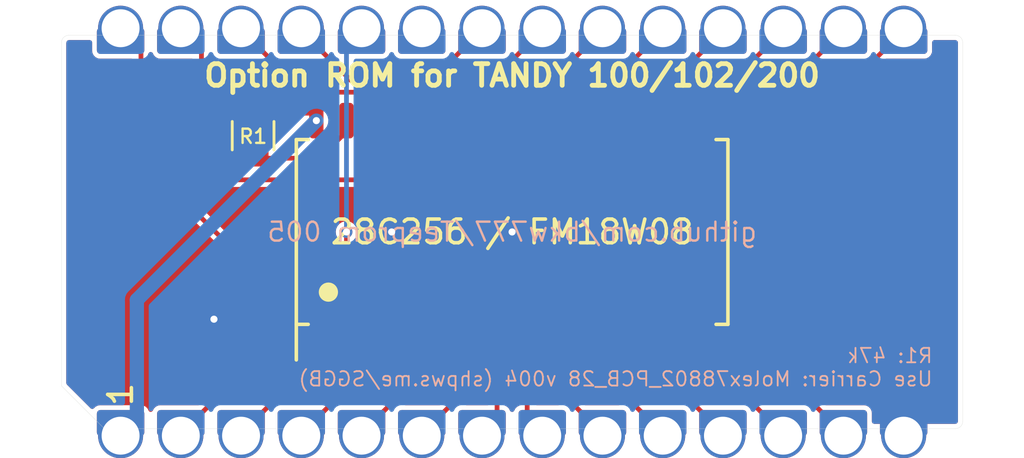
<source format=kicad_pcb>
(kicad_pcb (version 20221018) (generator pcbnew)
  (title_block (title "Teeprom") (date "2022-12-21") (rev "005") (company "b.kenyon.w@gmail.com") (comment 1 "CC-BY-SA") (comment 2 "github.com/bkw777/Teeprom") (comment 3 "Option ROM for TANDY 100/102/200") (comment 4 "Use Carrier: Molex78802_PCB_28 v004 (shpws.me/SGGB)"))
  (layers (0 "F.Cu" signal "Top") (31 "B.Cu" signal "Bottom") (34 "B.Paste" user) (35 "F.Paste" user) (36 "B.SilkS" user "B.Silkscreen") (37 "F.SilkS" user "F.Silkscreen") (38 "B.Mask" user) (39 "F.Mask" user) (44 "Edge.Cuts" user))
  (net 0 "")
  (net 1 "/D3")
  (net 2 "/A10")
  (net 3 "/D4")
  (net 4 "/A7")
  (net 5 "/D5")
  (net 6 "/A6")
  (net 7 "/D6")
  (net 8 "/A5")
  (net 9 "/D7")
  (net 10 "/A4")
  (net 11 "/A11")
  (net 12 "/A3")
  (net 13 "/~{OE}")
  (net 14 "/A2")
  (net 15 "/A13")
  (net 16 "/A1")
  (net 17 "/A0")
  (net 18 "/A12")
  (net 19 "/D0")
  (net 20 "/A9")
  (net 21 "/D1")
  (net 22 "/A8")
  (net 23 "/D2")
  (net 24 "/~{CE}")
  (net 25 "/A14")
  (net 26 "/~{WE}")
  (net 27 "VCC")
  (net 28 "GND")
  (footprint "000_LOCAL:R_0805" (layer "F.Cu") (at 136.2964 95.123 90)
    (fp_text reference "R1" (at -0.0307 0 unlocked) (layer "F.SilkS") (effects (font (size 0.6 0.6) (thickness 0.1))))
    (fp_text value "47k")
    (fp_line (start -0.6 -0.88) (end 0.6 -0.88) (stroke (width 0.12)) (layer "F.SilkS"))
    (fp_line (start 0.6 0.88) (end -0.6 0.88) (stroke (width 0.12)) (layer "F.SilkS"))
    (pad "1" smd roundrect (at -0.95 0 90) (size 0.7 1.3) (layers "F.Cu" "F.Paste" "F.Mask") (roundrect_rratio 0.1) (net 26 "/~{WE}"))
    (pad "2" smd roundrect (at 0.95 0 90) (size 0.7 1.3) (layers "F.Cu" "F.Paste" "F.Mask") (roundrect_rratio 0.1) (net 27 "VCC"))
  )
  (footprint "000_LOCAL:Molex78802_PCB_28" (layer "F.Cu") (at 147.2184 99.187 90)
    (fp_text reference "J1" hide)
    (fp_text value "Tandy_100_102_200_option_rom" hide)
    (fp_line (start -8.3 18.7) (end -8.3 -17.2) (stroke (width 0.01)) (layer "Edge.Cuts"))
    (fp_line (start -8 19) (end 8 19) (stroke (width 0.01)) (layer "Edge.Cuts"))
    (fp_line (start -6.5 -19) (end -8.3 -17.2) (stroke (width 0.01)) (layer "Edge.Cuts"))
    (fp_line (start 8 -19) (end -6.5 -19) (stroke (width 0.01)) (layer "Edge.Cuts"))
    (fp_line (start 8.3 18.7) (end 8.3 -18.7) (stroke (width 0.01)) (layer "Edge.Cuts"))
    (fp_arc (start -8 19) (mid -8.212132 18.912132) (end -8.3 18.7) (stroke (width 0.01)) (layer "Edge.Cuts"))
    (fp_arc (start 8 -19) (mid 8.212132 -18.912132) (end 8.3 -18.7) (stroke (width 0.01)) (layer "Edge.Cuts"))
    (fp_arc (start 8.3 18.7) (mid 8.212132 18.912132) (end 8 19) (stroke (width 0.01)) (layer "Edge.Cuts"))
    (pad "1" thru_hole circle (at -8.6002 -16.51 90) (size 1.9 1.9) (drill 1.6) (property pad_prop_castellated) (layers "*.Cu" "*.Mask") (net 27 "VCC"))
    (pad "1" smd roundrect (at -8.0645 -16.51 90) (size 1.1 2) (layers "F.Cu") (roundrect_rratio 0.1363636364) (net 27 "VCC"))
    (pad "1" smd roundrect (at -8.0645 -16.51 90) (size 1.1 2) (layers "B.Cu") (roundrect_rratio 0.1363636364) (net 27 "VCC"))
    (pad "2" thru_hole circle (at -8.6002 -13.97 90) (size 1.9 1.9) (drill 1.6) (property pad_prop_castellated) (layers "*.Cu" "*.Mask") (net 2 "/A10"))
    (pad "2" smd roundrect (at -8.0645 -13.97 90) (size 1.1 2) (layers "F.Cu") (roundrect_rratio 0.1363636364) (net 2 "/A10"))
    (pad "2" smd roundrect (at -8.0645 -13.97 90) (size 1.1 2) (layers "B.Cu") (roundrect_rratio 0.1363636364) (net 2 "/A10"))
    (pad "3" thru_hole circle (at -8.6002 -11.43 90) (size 1.9 1.9) (drill 1.6) (property pad_prop_castellated) (layers "*.Cu" "*.Mask") (net 4 "/A7"))
    (pad "3" smd roundrect (at -8.0645 -11.43 90) (size 1.1 2) (layers "F.Cu") (roundrect_rratio 0.1363636364) (net 4 "/A7"))
    (pad "3" smd roundrect (at -8.0645 -11.43 90) (size 1.1 2) (layers "B.Cu") (roundrect_rratio 0.1363636364) (net 4 "/A7"))
    (pad "4" thru_hole circle (at -8.6002 -8.89 90) (size 1.9 1.9) (drill 1.6) (property pad_prop_castellated) (layers "*.Cu" "*.Mask") (net 6 "/A6"))
    (pad "4" smd roundrect (at -8.0645 -8.89 90) (size 1.1 2) (layers "F.Cu") (roundrect_rratio 0.1363636364) (net 6 "/A6"))
    (pad "4" smd roundrect (at -8.0645 -8.89 90) (size 1.1 2) (layers "B.Cu") (roundrect_rratio 0.1363636364) (net 6 "/A6"))
    (pad "5" thru_hole circle (at -8.6002 -6.35 90) (size 1.9 1.9) (drill 1.6) (property pad_prop_castellated) (layers "*.Cu" "*.Mask") (net 8 "/A5"))
    (pad "5" smd roundrect (at -8.0645 -6.35 90) (size 1.1 2) (layers "F.Cu") (roundrect_rratio 0.1363636364) (net 8 "/A5"))
    (pad "5" smd roundrect (at -8.0645 -6.35 90) (size 1.1 2) (layers "B.Cu") (roundrect_rratio 0.1363636364) (net 8 "/A5"))
    (pad "6" thru_hole circle (at -8.6002 -3.81 90) (size 1.9 1.9) (drill 1.6) (property pad_prop_castellated) (layers "*.Cu" "*.Mask") (net 10 "/A4"))
    (pad "6" smd roundrect (at -8.0645 -3.81 90) (size 1.1 2) (layers "F.Cu") (roundrect_rratio 0.1363636364) (net 10 "/A4"))
    (pad "6" smd roundrect (at -8.0645 -3.81 90) (size 1.1 2) (layers "B.Cu") (roundrect_rratio 0.1363636364) (net 10 "/A4"))
    (pad "7" thru_hole circle (at -8.6002 -1.27 90) (size 1.9 1.9) (drill 1.6) (property pad_prop_castellated) (layers "*.Cu" "*.Mask") (net 12 "/A3"))
    (pad "7" smd roundrect (at -8.0645 -1.27 90) (size 1.1 2) (layers "F.Cu") (roundrect_rratio 0.1363636364) (net 12 "/A3"))
    (pad "7" smd roundrect (at -8.0645 -1.27 90) (size 1.1 2) (layers "B.Cu") (roundrect_rratio 0.1363636364) (net 12 "/A3"))
    (pad "8" thru_hole circle (at -8.6002 1.27 90) (size 1.9 1.9) (drill 1.6) (property pad_prop_castellated) (layers "*.Cu" "*.Mask") (net 14 "/A2"))
    (pad "8" smd roundrect (at -8.0645 1.27 90) (size 1.1 2) (layers "F.Cu") (roundrect_rratio 0.1363636364) (net 14 "/A2"))
    (pad "8" smd roundrect (at -8.0645 1.27 90) (size 1.1 2) (layers "B.Cu") (roundrect_rratio 0.1363636364) (net 14 "/A2"))
    (pad "9" thru_hole circle (at -8.6002 3.81 90) (size 1.9 1.9) (drill 1.6) (property pad_prop_castellated) (layers "*.Cu" "*.Mask") (net 16 "/A1"))
    (pad "9" smd roundrect (at -8.0645 3.81 90) (size 1.1 2) (layers "F.Cu") (roundrect_rratio 0.1363636364) (net 16 "/A1"))
    (pad "9" smd roundrect (at -8.0645 3.81 90) (size 1.1 2) (layers "B.Cu") (roundrect_rratio 0.1363636364) (net 16 "/A1"))
    (pad "10" thru_hole circle (at -8.6002 6.35 90) (size 1.9 1.9) (drill 1.6) (property pad_prop_castellated) (layers "*.Cu" "*.Mask") (net 17 "/A0"))
    (pad "10" smd roundrect (at -8.0645 6.35 90) (size 1.1 2) (layers "F.Cu") (roundrect_rratio 0.1363636364) (net 17 "/A0"))
    (pad "10" smd roundrect (at -8.0645 6.35 90) (size 1.1 2) (layers "B.Cu") (roundrect_rratio 0.1363636364) (net 17 "/A0"))
    (pad "11" thru_hole circle (at -8.6002 8.89 90) (size 1.9 1.9) (drill 1.6) (property pad_prop_castellated) (layers "*.Cu" "*.Mask") (net 19 "/D0"))
    (pad "11" smd roundrect (at -8.0645 8.89 90) (size 1.1 2) (layers "F.Cu") (roundrect_rratio 0.1363636364) (net 19 "/D0"))
    (pad "11" smd roundrect (at -8.0645 8.89 90) (size 1.1 2) (layers "B.Cu") (roundrect_rratio 0.1363636364) (net 19 "/D0"))
    (pad "12" thru_hole circle (at -8.6002 11.43 90) (size 1.9 1.9) (drill 1.6) (property pad_prop_castellated) (layers "*.Cu" "*.Mask") (net 21 "/D1"))
    (pad "12" smd roundrect (at -8.0645 11.43 90) (size 1.1 2) (layers "F.Cu") (roundrect_rratio 0.1363636364) (net 21 "/D1"))
    (pad "12" smd roundrect (at -8.0645 11.43 90) (size 1.1 2) (layers "B.Cu") (roundrect_rratio 0.1363636364) (net 21 "/D1"))
    (pad "13" thru_hole circle (at -8.6002 13.97 90) (size 1.9 1.9) (drill 1.6) (property pad_prop_castellated) (layers "*.Cu" "*.Mask") (net 23 "/D2"))
    (pad "13" smd roundrect (at -8.0645 13.97 90) (size 1.1 2) (layers "F.Cu") (roundrect_rratio 0.1363636364) (net 23 "/D2"))
    (pad "13" smd roundrect (at -8.0645 13.97 90) (size 1.1 2) (layers "B.Cu") (roundrect_rratio 0.1363636364) (net 23 "/D2"))
    (pad "14" thru_hole circle (at -8.6002 16.51 90) (size 1.9 1.9) (drill 1.6) (property pad_prop_castellated) (layers "*.Cu" "*.Mask") (net 28 "GND"))
    (pad "14" smd roundrect (at -8.0645 16.51 90) (size 1.1 2) (layers "F.Cu") (roundrect_rratio 0.1363636364) (net 28 "GND"))
    (pad "14" smd roundrect (at -8.0645 16.51 90) (size 1.1 2) (layers "B.Cu") (roundrect_rratio 0.1363636364) (net 28 "GND"))
    (pad "15" smd roundrect (at 8.0645 16.51 90) (size 1.1 2) (layers "F.Cu") (roundrect_rratio 0.1363636364) (net 1 "/D3"))
    (pad "15" smd roundrect (at 8.0645 16.51 90) (size 1.1 2) (layers "B.Cu") (roundrect_rratio 0.1363636364) (net 1 "/D3"))
    (pad "15" thru_hole circle (at 8.6002 16.51 90) (size 1.9 1.9) (drill 1.6) (property pad_prop_castellated) (layers "*.Cu" "*.Mask") (net 1 "/D3"))
    (pad "16" smd roundrect (at 8.0645 13.97 90) (size 1.1 2) (layers "F.Cu") (roundrect_rratio 0.1363636364) (net 3 "/D4"))
    (pad "16" smd roundrect (at 8.0645 13.97 90) (size 1.1 2) (layers "B.Cu") (roundrect_rratio 0.1363636364) (net 3 "/D4"))
    (pad "16" thru_hole circle (at 8.6002 13.97 90) (size 1.9 1.9) (drill 1.6) (property pad_prop_castellated) (layers "*.Cu" "*.Mask") (net 3 "/D4"))
    (pad "17" smd roundrect (at 8.0645 11.43 90) (size 1.1 2) (layers "F.Cu") (roundrect_rratio 0.1363636364) (net 5 "/D5"))
    (pad "17" smd roundrect (at 8.0645 11.43 90) (size 1.1 2) (layers "B.Cu") (roundrect_rratio 0.1363636364) (net 5 "/D5"))
    (pad "17" thru_hole circle (at 8.6002 11.43 90) (size 1.9 1.9) (drill 1.6) (property pad_prop_castellated) (layers "*.Cu" "*.Mask") (net 5 "/D5"))
    (pad "18" smd roundrect (at 8.0645 8.89 90) (size 1.1 2) (layers "F.Cu") (roundrect_rratio 0.1363636364) (net 7 "/D6"))
    (pad "18" smd roundrect (at 8.0645 8.89 90) (size 1.1 2) (layers "B.Cu") (roundrect_rratio 0.1363636364) (net 7 "/D6"))
    (pad "18" thru_hole circle (at 8.6002 8.89 90) (size 1.9 1.9) (drill 1.6) (property pad_prop_castellated) (layers "*.Cu" "*.Mask") (net 7 "/D6"))
    (pad "19" smd roundrect (at 8.0645 6.35 90) (size 1.1 2) (layers "F.Cu") (roundrect_rratio 0.1363636364) (net 9 "/D7"))
    (pad "19" smd roundrect (at 8.0645 6.35 90) (size 1.1 2) (layers "B.Cu") (roundrect_rratio 0.1363636364) (net 9 "/D7"))
    (pad "19" thru_hole circle (at 8.6002 6.35 90) (size 1.9 1.9) (drill 1.6) (property pad_prop_castellated) (layers "*.Cu" "*.Mask") (net 9 "/D7"))
    (pad "20" smd roundrect (at 8.0645 3.81 90) (size 1.1 2) (layers "F.Cu") (roundrect_rratio 0.1363636364) (net 11 "/A11"))
    (pad "20" smd roundrect (at 8.0645 3.81 90) (size 1.1 2) (layers "B.Cu") (roundrect_rratio 0.1363636364) (net 11 "/A11"))
    (pad "20" thru_hole circle (at 8.6002 3.81 90) (size 1.9 1.9) (drill 1.6) (property pad_prop_castellated) (layers "*.Cu" "*.Mask") (net 11 "/A11"))
    (pad "21" smd roundrect (at 8.0645 1.27 90) (size 1.1 2) (layers "F.Cu") (roundrect_rratio 0.1363636364) (net 13 "/~{OE}"))
    (pad "21" smd roundrect (at 8.0645 1.27 90) (size 1.1 2) (layers "B.Cu") (roundrect_rratio 0.1363636364) (net 13 "/~{OE}"))
    (pad "21" thru_hole circle (at 8.6002 1.27 90) (size 1.9 1.9) (drill 1.6) (property pad_prop_castellated) (layers "*.Cu" "*.Mask") (net 13 "/~{OE}"))
    (pad "22" smd roundrect (at 8.0645 -1.27 90) (size 1.1 2) (layers "F.Cu") (roundrect_rratio 0.1363636364) (net 15 "/A13"))
    (pad "22" smd roundrect (at 8.0645 -1.27 90) (size 1.1 2) (layers "B.Cu") (roundrect_rratio 0.1363636364) (net 15 "/A13"))
    (pad "22" thru_hole circle (at 8.6002 -1.27 90) (size 1.9 1.9) (drill 1.6) (property pad_prop_castellated) (layers "*.Cu" "*.Mask") (net 15 "/A13"))
    (pad "23" smd roundrect (at 8.0645 -3.81 90) (size 1.1 2) (layers "F.Cu") (roundrect_rratio 0.1363636364))
    (pad "23" smd roundrect (at 8.0645 -3.81 90) (size 1.1 2) (layers "B.Cu") (roundrect_rratio 0.1363636364))
    (pad "23" thru_hole circle (at 8.6002 -3.81 90) (size 1.9 1.9) (drill 1.6) (property pad_prop_castellated) (layers "*.Cu" "*.Mask"))
    (pad "24" smd roundrect (at 8.0645 -6.35 90) (size 1.1 2) (layers "F.Cu") (roundrect_rratio 0.1363636364) (net 18 "/A12"))
    (pad "24" smd roundrect (at 8.0645 -6.35 90) (size 1.1 2) (layers "B.Cu") (roundrect_rratio 0.1363636364) (net 18 "/A12"))
    (pad "24" thru_hole circle (at 8.6002 -6.35 90) (size 1.9 1.9) (drill 1.6) (property pad_prop_castellated) (layers "*.Cu" "*.Mask") (net 18 "/A12"))
    (pad "25" smd roundrect (at 8.0645 -8.89 90) (size 1.1 2) (layers "F.Cu") (roundrect_rratio 0.1363636364) (net 20 "/A9"))
    (pad "25" smd roundrect (at 8.0645 -8.89 90) (size 1.1 2) (layers "B.Cu") (roundrect_rratio 0.1363636364) (net 20 "/A9"))
    (pad "25" thru_hole circle (at 8.6002 -8.89 90) (size 1.9 1.9) (drill 1.6) (property pad_prop_castellated) (layers "*.Cu" "*.Mask") (net 20 "/A9"))
    (pad "26" smd roundrect (at 8.0645 -11.43 90) (size 1.1 2) (layers "F.Cu") (roundrect_rratio 0.1363636364) (net 22 "/A8"))
    (pad "26" smd roundrect (at 8.0645 -11.43 90) (size 1.1 2) (layers "B.Cu") (roundrect_rratio 0.1363636364) (net 22 "/A8"))
    (pad "26" thru_hole circle (at 8.6002 -11.43 90) (size 1.9 1.9) (drill 1.6) (property pad_prop_castellated) (layers "*.Cu" "*.Mask") (net 22 "/A8"))
    (pad "27" smd roundrect (at 8.0645 -13.97 90) (size 1.1 2) (layers "F.Cu") (roundrect_rratio 0.1363636364) (net 24 "/~{CE}"))
    (pad "27" smd roundrect (at 8.0645 -13.97 90) (size 1.1 2) (layers "B.Cu") (roundrect_rratio 0.1363636364) (net 24 "/~{CE}"))
    (pad "27" thru_hole circle (at 8.6002 -13.97 90) (size 1.9 1.9) (drill 1.6) (property pad_prop_castellated) (layers "*.Cu" "*.Mask") (net 24 "/~{CE}"))
    (pad "28" smd roundrect (at 8.0645 -16.51 90) (size 1.1 2) (layers "F.Cu") (roundrect_rratio 0.1363636364) (net 25 "/A14"))
    (pad "28" smd roundrect (at 8.0645 -16.51 90) (size 1.1 2) (layers "B.Cu") (roundrect_rratio 0.1363636364) (net 25 "/A14"))
    (pad "28" thru_hole circle (at 8.6002 -16.51 90) (size 1.9 1.9) (drill 1.6) (property pad_prop_castellated) (layers "*.Cu" "*.Mask") (net 25 "/A14"))
  )
  (footprint "000_LOCAL:SOIC-28W" (layer "F.Cu") (at 147.2184 99.187 90)
    (fp_text reference "U1" hide)
    (fp_text value "28C256 / FM18W08" (at 0 0 unlocked) (layer "F.SilkS"))
    (fp_line (start -5.4 -9.1) (end 3.9 -9.1) (stroke (width 0.15)) (layer "F.SilkS"))
    (fp_line (start -3.9 -9.1) (end -3.9 -8.6) (stroke (width 0.15)) (layer "F.SilkS"))
    (fp_line (start -3.9 9.1) (end -3.9 8.6) (stroke (width 0.15)) (layer "F.SilkS"))
    (fp_line (start -3.9 9.1) (end 3.9 9.1) (stroke (width 0.15)) (layer "F.SilkS"))
    (fp_line (start 3.9 -9.1) (end 3.9 -8.6) (stroke (width 0.15)) (layer "F.SilkS"))
    (fp_line (start 3.9 9.1) (end 3.9 8.6) (stroke (width 0.15)) (layer "F.SilkS"))
    (fp_circle (center -2.54 -7.747) (end -2.3368 -7.747) (stroke (width 0.4064)) (fill none) (layer "F.SilkS"))
    (pad "1" smd roundrect (at -4.7 -8.255 90) (size 1.5 0.6) (layers "F.Cu" "F.Paste" "F.Mask") (net 25 "/A14"))
    (pad "2" smd roundrect (at -4.7 -6.985 90) (size 1.5 0.6) (layers "F.Cu" "F.Paste" "F.Mask") (net 18 "/A12"))
    (pad "3" smd roundrect (at -4.7 -5.715 90) (size 1.5 0.6) (layers "F.Cu" "F.Paste" "F.Mask") (net 4 "/A7"))
    (pad "4" smd roundrect (at -4.7 -4.445 90) (size 1.5 0.6) (layers "F.Cu" "F.Paste" "F.Mask") (net 6 "/A6"))
    (pad "5" smd roundrect (at -4.7 -3.175 90) (size 1.5 0.6) (layers "F.Cu" "F.Paste" "F.Mask") (net 8 "/A5"))
    (pad "6" smd roundrect (at -4.7 -1.905 90) (size 1.5 0.6) (layers "F.Cu" "F.Paste" "F.Mask") (net 10 "/A4"))
    (pad "7" smd roundrect (at -4.7 -0.635 90) (size 1.5 0.6) (layers "F.Cu" "F.Paste" "F.Mask") (net 12 "/A3"))
    (pad "8" smd roundrect (at -4.7 0.635 90) (size 1.5 0.6) (layers "F.Cu" "F.Paste" "F.Mask") (net 14 "/A2"))
    (pad "9" smd roundrect (at -4.7 1.905 90) (size 1.5 0.6) (layers "F.Cu" "F.Paste" "F.Mask") (net 16 "/A1"))
    (pad "10" smd roundrect (at -4.7 3.175 90) (size 1.5 0.6) (layers "F.Cu" "F.Paste" "F.Mask") (net 17 "/A0"))
    (pad "11" smd roundrect (at -4.7 4.445 90) (size 1.5 0.6) (layers "F.Cu" "F.Paste" "F.Mask") (net 19 "/D0"))
    (pad "12" smd roundrect (at -4.7 5.715 90) (size 1.5 0.6) (layers "F.Cu" "F.Paste" "F.Mask") (net 21 "/D1"))
    (pad "13" smd roundrect (at -4.7 6.985 90) (size 1.5 0.6) (layers "F.Cu" "F.Paste" "F.Mask") (net 23 "/D2"))
    (pad "14" smd roundrect (at -4.7 8.255 90) (size 1.5 0.6) (layers "F.Cu" "F.Paste" "F.Mask") (net 28 "GND"))
    (pad "15" smd roundrect (at 4.7 8.255 90) (size 1.5 0.6) (layers "F.Cu" "F.Paste" "F.Mask") (net 1 "/D3"))
    (pad "16" smd roundrect (at 4.7 6.985 90) (size 1.5 0.6) (layers "F.Cu" "F.Paste" "F.Mask") (net 3 "/D4"))
    (pad "17" smd roundrect (at 4.7 5.715 90) (size 1.5 0.6) (layers "F.Cu" "F.Paste" "F.Mask") (net 5 "/D5"))
    (pad "18" smd roundrect (at 4.7 4.445 90) (size 1.5 0.6) (layers "F.Cu" "F.Paste" "F.Mask") (net 7 "/D6"))
    (pad "19" smd roundrect (at 4.7 3.175 90) (size 1.5 0.6) (layers "F.Cu" "F.Paste" "F.Mask") (net 9 "/D7"))
    (pad "20" smd roundrect (at 4.7 1.905 90) (size 1.5 0.6) (layers "F.Cu" "F.Paste" "F.Mask") (net 24 "/~{CE}"))
    (pad "21" smd roundrect (at 4.7 0.635 90) (size 1.5 0.6) (layers "F.Cu" "F.Paste" "F.Mask") (net 2 "/A10"))
    (pad "22" smd roundrect (at 4.7 -0.635 90) (size 1.5 0.6) (layers "F.Cu" "F.Paste" "F.Mask") (net 13 "/~{OE}"))
    (pad "23" smd roundrect (at 4.7 -1.905 90) (size 1.5 0.6) (layers "F.Cu" "F.Paste" "F.Mask") (net 11 "/A11"))
    (pad "24" smd roundrect (at 4.7 -3.175 90) (size 1.5 0.6) (layers "F.Cu" "F.Paste" "F.Mask") (net 20 "/A9"))
    (pad "25" smd roundrect (at 4.7 -4.445 90) (size 1.5 0.6) (layers "F.Cu" "F.Paste" "F.Mask") (net 22 "/A8"))
    (pad "26" smd roundrect (at 4.7 -5.715 90) (size 1.5 0.6) (layers "F.Cu" "F.Paste" "F.Mask") (net 15 "/A13"))
    (pad "27" smd roundrect (at 4.7 -6.985 90) (size 1.5 0.6) (layers "F.Cu" "F.Paste" "F.Mask") (net 26 "/~{WE}"))
    (pad "28" smd roundrect (at 4.7 -8.255 90) (size 1.5 0.6) (layers "F.Cu" "F.Paste" "F.Mask") (net 27 "VCC"))
  )
  (gr_text "${COMMENT2} ${REVISION}" (at 147.2184 99.187) (layer "B.SilkS") (effects (font (size 0.8 0.8) (thickness 0.1)) (justify mirror)))
  (gr_text "R1: ${00000000-0000-0000-0000-00005d22c129:VALUE}\n${COMMENT4}" (at 164.9984 104.902) (layer "B.SilkS") (effects (font (size 0.6096 0.6096) (thickness 0.0762)) (justify left mirror)))
  (gr_text "${COMMENT3}" (at 147.2184 92.583) (layer "F.SilkS") (effects (font (size 0.9144 0.9144) (thickness 0.2032))))
  (gr_text "1" (at 130.7084 106.045 90) (layer "F.SilkS") (effects (font (size 1 1))))
  (segment (start 159.9233 94.487) (end 155.4734 94.487) (width 0.2) (layer "F.Cu") (net 1))
  (segment (start 163.7284 90.6819) (end 159.9233 94.487) (width 0.2) (layer "F.Cu") (net 1))
  (segment (start 163.7284 90.5868) (end 163.7284 90.6819) (width 0.2) (layer "F.Cu") (net 1))
  (segment (start 140.5564 105.087) (end 135.8684 105.087) (width 0.2) (layer "F.Cu") (net 2))
  (segment (start 149.7584 95.497) (end 146.0684 99.187) (width 0.2) (layer "F.Cu") (net 2))
  (segment (start 133.2484 107.707) (end 133.2484 107.7872) (width 0.2) (layer "F.Cu") (net 2))
  (segment (start 147.8534 94.487) (end 147.8534 94.0435) (width 0.2) (layer "F.Cu") (net 2))
  (segment (start 135.8684 105.087) (end 133.2484 107.707) (width 0.2) (layer "F.Cu") (net 2))
  (segment (start 144.567525 99.187) (end 140.8684 102.886125) (width 0.2) (layer "F.Cu") (net 2))
  (segment (start 148.6099 93.287) (end 149.4464 93.287) (width 0.2) (layer "F.Cu") (net 2))
  (segment (start 140.8684 102.886125) (end 140.8684 104.775) (width 0.2) (layer "F.Cu") (net 2))
  (segment (start 140.8684 104.775) (end 140.5564 105.087) (width 0.2) (layer "F.Cu") (net 2))
  (segment (start 149.4464 93.287) (end 149.7584 93.599) (width 0.2) (layer "F.Cu") (net 2))
  (segment (start 147.8534 94.0435) (end 148.6099 93.287) (width 0.2) (layer "F.Cu") (net 2))
  (segment (start 149.7584 93.599) (end 149.7584 95.497) (width 0.2) (layer "F.Cu") (net 2))
  (segment (start 146.0684 99.187) (end 144.567525 99.187) (width 0.2) (layer "F.Cu") (net 2))
  (segment (start 154.9599 93.287) (end 158.5684 93.287) (width 0.2) (layer "F.Cu") (net 3))
  (segment (start 161.1884 90.667) (end 161.1884 90.5868) (width 0.2) (layer "F.Cu") (net 3))
  (segment (start 158.5684 93.287) (end 161.1884 90.667) (width 0.2) (layer "F.Cu") (net 3))
  (segment (start 154.2034 94.0435) (end 154.9599 93.287) (width 0.2) (layer "F.Cu") (net 3))
  (segment (start 154.2034 94.487) (end 154.2034 94.0435) (width 0.2) (layer "F.Cu") (net 3))
  (segment (start 140.8057 105.587) (end 141.5034 104.8893) (width 0.2) (layer "F.Cu") (net 4))
  (segment (start 135.7884 107.7021) (end 137.9035 105.587) (width 0.2) (layer "F.Cu") (net 4))
  (segment (start 141.5034 104.8893) (end 141.5034 103.887) (width 0.2) (layer "F.Cu") (net 4))
  (segment (start 137.9035 105.587) (end 140.8057 105.587) (width 0.2) (layer "F.Cu") (net 4))
  (segment (start 135.7884 107.7872) (end 135.7884 107.7021) (width 0.2) (layer "F.Cu") (net 4))
  (segment (start 152.9334 94.043) (end 152.9334 94.487) (width 0.2) (layer "F.Cu") (net 5))
  (segment (start 158.6484 90.6719) (end 156.5333 92.787) (width 0.2) (layer "F.Cu") (net 5))
  (segment (start 158.6484 90.5868) (end 158.6484 90.6719) (width 0.2) (layer "F.Cu") (net 5))
  (segment (start 156.5333 92.787) (end 154.1894 92.787) (width 0.2) (layer "F.Cu") (net 5))
  (segment (start 154.1894 92.787) (end 152.9334 94.043) (width 0.2) (layer "F.Cu") (net 5))
  (segment (start 139.9485 106.087) (end 138.3284 107.7071) (width 0.2) (layer "F.Cu") (net 6))
  (segment (start 142.7734 104.394) (end 141.0804 106.087) (width 0.2) (layer "F.Cu") (net 6))
  (segment (start 142.7734 103.887) (end 142.7734 104.394) (width 0.2) (layer "F.Cu") (net 6))
  (segment (start 141.0804 106.087) (end 139.9485 106.087) (width 0.2) (layer "F.Cu") (net 6))
  (segment (start 138.3284 107.7071) (end 138.3284 107.7872) (width 0.2) (layer "F.Cu") (net 6))
  (segment (start 156.1084 90.697) (end 156.1084 90.5868) (width 0.2) (layer "F.Cu") (net 7))
  (segment (start 151.6634 94.0435) (end 153.4199 92.287) (width 0.2) (layer "F.Cu") (net 7))
  (segment (start 153.4199 92.287) (end 154.5184 92.287) (width 0.2) (layer "F.Cu") (net 7))
  (segment (start 151.6634 94.487) (end 151.6634 94.0435) (width 0.2) (layer "F.Cu") (net 7))
  (segment (start 154.5184 92.287) (end 156.1084 90.697) (width 0.2) (layer "F.Cu") (net 7))
  (segment (start 140.8684 107.6871) (end 143.8684 104.6871) (width 0.2) (layer "F.Cu") (net 8))
  (segment (start 143.8684 104.6871) (end 143.8684 104.062) (width 0.2) (layer "F.Cu") (net 8))
  (segment (start 143.8684 104.062) (end 144.0434 103.887) (width 0.2) (layer "F.Cu") (net 8))
  (segment (start 140.8684 107.7872) (end 140.8684 107.6871) (width 0.2) (layer "F.Cu") (net 8))
  (segment (start 150.5684 93.687) (end 150.5684 94.312) (width 0.2) (layer "F.Cu") (net 9))
  (segment (start 150.5684 94.312) (end 150.3934 94.487) (width 0.2) (layer "F.Cu") (net 9))
  (segment (start 153.5684 90.5868) (end 153.5684 90.687) (width 0.2) (layer "F.Cu") (net 9))
  (segment (start 153.5684 90.687) (end 150.5684 93.687) (width 0.2) (layer "F.Cu") (net 9))
  (segment (start 143.4084 107.7872) (end 143.4084 107.7171) (width 0.2) (layer "F.Cu") (net 10))
  (segment (start 143.4084 107.7171) (end 145.3134 105.8121) (width 0.2) (layer "F.Cu") (net 10))
  (segment (start 145.3134 105.8121) (end 145.3134 103.887) (width 0.2) (layer "F.Cu") (net 10))
  (segment (start 146.9719 95.687) (end 146.0679 95.687) (width 0.2) (layer "F.Cu") (net 11))
  (segment (start 146.0679 95.687) (end 145.3134 94.9325) (width 0.2) (layer "F.Cu") (net 11))
  (segment (start 147.9034 92.787) (end 147.2184 93.472) (width 0.2) (layer "F.Cu") (net 11))
  (segment (start 145.3134 94.9325) (end 145.3134 94.487) (width 0.2) (layer "F.Cu") (net 11))
  (segment (start 147.2184 95.4405) (end 146.9719 95.687) (width 0.2) (layer "F.Cu") (net 11))
  (segment (start 147.2184 93.472) (end 147.2184 95.4405) (width 0.2) (layer "F.Cu") (net 11))
  (segment (start 148.9184 92.787) (end 147.9034 92.787) (width 0.2) (layer "F.Cu") (net 11))
  (segment (start 151.0284 90.5868) (end 151.0284 90.677) (width 0.2) (layer "F.Cu") (net 11))
  (segment (start 151.0284 90.677) (end 148.9184 92.787) (width 0.2) (layer "F.Cu") (net 11))
  (segment (start 146.5834 107.152) (end 146.5834 103.887) (width 0.2) (layer "F.Cu") (net 12))
  (segment (start 145.9484 107.7872) (end 145.9484 107.787) (width 0.2) (layer "F.Cu") (net 12))
  (segment (start 145.9484 107.787) (end 146.5834 107.152) (width 0.2) (layer "F.Cu") (net 12))
  (segment (start 148.4884 90.667) (end 148.4884 90.5868) (width 0.2) (layer "F.Cu") (net 13))
  (segment (start 146.5834 92.572) (end 148.4884 90.667) (width 0.2) (layer "F.Cu") (net 13))
  (segment (start 146.5834 94.487) (end 146.5834 92.572) (width 0.2) (layer "F.Cu") (net 13))
  (segment (start 148.4884 90.805) (end 148.4884 90.74149) (width 0.2) (layer "B.Cu") (net 13))
  (segment (start 148.4884 107.7872) (end 147.8534 107.1522) (width 0.2) (layer "F.Cu") (net 14))
  (segment (start 147.8534 107.1522) (end 147.8534 103.887) (width 0.2) (layer "F.Cu") (net 14))
  (segment (start 144.6784 91.927) (end 145.9484 90.657) (width 0.2) (layer "F.Cu") (net 15))
  (segment (start 141.5034 94.9325) (end 142.2579 95.687) (width 0.2) (layer "F.Cu") (net 15))
  (segment (start 141.5034 94.487) (end 141.5034 94.9325) (width 0.2) (layer "F.Cu") (net 15))
  (segment (start 144.6784 95.377) (end 144.6784 91.927) (width 0.2) (layer "F.Cu") (net 15))
  (segment (start 145.9484 90.657) (end 145.9484 90.5868) (width 0.2) (layer "F.Cu") (net 15))
  (segment (start 142.2579 95.687) (end 144.3684 95.687) (width 0.2) (layer "F.Cu") (net 15))
  (segment (start 144.3684 95.687) (end 144.6784 95.377) (width 0.2) (layer "F.Cu") (net 15))
  (segment (start 151.0284 107.697) (end 149.1234 105.792) (width 0.2) (layer "F.Cu") (net 16))
  (segment (start 149.1234 105.792) (end 149.1234 103.887) (width 0.2) (layer "F.Cu") (net 16))
  (segment (start 151.0284 107.7872) (end 151.0284 107.697) (width 0.2) (layer "F.Cu") (net 16))
  (segment (start 153.5684 107.7872) (end 153.5684 107.687) (width 0.2) (layer "F.Cu") (net 17))
  (segment (start 150.5684 104.062) (end 150.3934 103.887) (width 0.2) (layer "F.Cu") (net 17))
  (segment (start 150.5684 104.687) (end 150.5684 104.062) (width 0.2) (layer "F.Cu") (net 17))
  (segment (start 153.5684 107.687) (end 150.5684 104.687) (width 0.2) (layer "F.Cu") (net 17))
  (segment (start 140.2334 103.887) (end 140.2334 99.187) (width 0.2) (layer "F.Cu") (net 18))
  (via (at 140.2334 99.187) (size 0.5) (drill 0.3) (layers "F.Cu" "B.Cu") (net 18))
  (segment (start 140.2334 91.2218) (end 140.8684 90.5868) (width 0.2) (layer "B.Cu") (net 18))
  (segment (start 140.2334 99.187) (end 140.2334 91.2218) (width 0.2) (layer "B.Cu") (net 18))
  (segment (start 151.6634 104.3305) (end 153.4199 106.087) (width 0.2) (layer "F.Cu") (net 19))
  (segment (start 153.4199 106.087) (end 154.5133 106.087) (width 0.2) (layer "F.Cu") (net 19))
  (segment (start 156.1084 107.6821) (end 156.1084 107.7872) (width 0.2) (layer "F.Cu") (net 19))
  (segment (start 154.5133 106.087) (end 156.1084 107.6821) (width 0.2) (layer "F.Cu") (net 19))
  (segment (start 151.6634 103.887) (end 151.6634 104.3305) (width 0.2) (layer "F.Cu") (net 19))
  (segment (start 140.4184 92.787) (end 142.7869 92.787) (width 0.2) (layer "F.Cu") (net 20))
  (segment (start 144.0434 94.0435) (end 144.0434 94.487) (width 0.2) (layer "F.Cu") (net 20))
  (segment (start 142.7869 92.787) (end 144.0434 94.0435) (width 0.2) (layer "F.Cu") (net 20))
  (segment (start 138.3284 90.5868) (end 138.3284 90.697) (width 0.2) (layer "F.Cu") (net 20))
  (segment (start 138.3284 90.697) (end 140.4184 92.787) (width 0.2) (layer "F.Cu") (net 20))
  (segment (start 154.1899 105.587) (end 152.9334 104.3305) (width 0.2) (layer "F.Cu") (net 21))
  (segment (start 156.5184 105.587) (end 154.1899 105.587) (width 0.2) (layer "F.Cu") (net 21))
  (segment (start 152.9334 104.3305) (end 152.9334 103.887) (width 0.2) (layer "F.Cu") (net 21))
  (segment (start 158.6484 107.717) (end 156.5184 105.587) (width 0.2) (layer "F.Cu") (net 21))
  (segment (start 158.6484 107.7872) (end 158.6484 107.717) (width 0.2) (layer "F.Cu") (net 21))
  (segment (start 135.7884 90.5868) (end 135.7884 90.657) (width 0.2) (layer "F.Cu") (net 22))
  (segment (start 135.7884 90.657) (end 138.4184 93.287) (width 0.2) (layer "F.Cu") (net 22))
  (segment (start 142.0169 93.287) (end 142.7734 94.0435) (width 0.2) (layer "F.Cu") (net 22))
  (segment (start 138.4184 93.287) (end 142.0169 93.287) (width 0.2) (layer "F.Cu") (net 22))
  (segment (start 142.7734 94.0435) (end 142.7734 94.487) (width 0.2) (layer "F.Cu") (net 22))
  (segment (start 154.2034 103.887) (end 154.2034 104.3305) (width 0.2) (layer "F.Cu") (net 23))
  (segment (start 161.1884 107.707) (end 161.1884 107.7872) (width 0.2) (layer "F.Cu") (net 23))
  (segment (start 154.9599 105.087) (end 158.5684 105.087) (width 0.2) (layer "F.Cu") (net 23))
  (segment (start 154.2034 104.3305) (end 154.9599 105.087) (width 0.2) (layer "F.Cu") (net 23))
  (segment (start 158.5684 105.087) (end 161.1884 107.707) (width 0.2) (layer "F.Cu") (net 23))
  (segment (start 134.1184 91.457) (end 134.1184 95.787) (width 0.2) (layer "F.Cu") (net 24))
  (segment (start 133.2484 90.587) (end 134.1184 91.457) (width 0.2) (layer "F.Cu") (net 24))
  (segment (start 133.2484 90.5868) (end 133.2484 90.587) (width 0.2) (layer "F.Cu") (net 24))
  (segment (start 134.1184 95.787) (end 135.3184 96.987) (width 0.2) (layer "F.Cu") (net 24))
  (segment (start 147.0684 96.987) (end 149.1234 94.932) (width 0.2) (layer "F.Cu") (net 24))
  (segment (start 149.1234 94.932) (end 149.1234 94.487) (width 0.2) (layer "F.Cu") (net 24))
  (segment (start 135.3184 96.987) (end 147.0684 96.987) (width 0.2) (layer "F.Cu") (net 24))
  (segment (start 131.5684 96.0465) (end 138.9634 103.4415) (width 0.2) (layer "F.Cu") (net 25))
  (segment (start 138.9634 103.4415) (end 138.9634 103.887) (width 0.2) (layer "F.Cu") (net 25))
  (segment (start 130.7084 90.5868) (end 131.5684 91.4468) (width 0.2) (layer "F.Cu") (net 25))
  (segment (start 131.5684 91.4468) (end 131.5684 96.0465) (width 0.2) (layer "F.Cu") (net 25))
  (segment (start 140.2334 94.947) (end 139.1074 96.073) (width 0.2) (layer "F.Cu") (net 26))
  (segment (start 139.1074 96.073) (end 136.2964 96.073) (width 0.2) (layer "F.Cu") (net 26))
  (segment (start 140.2334 94.487) (end 140.2334 94.947) (width 0.2) (layer "F.Cu") (net 26))
  (segment (start 136.2964 94.173) (end 138.9634 94.173) (width 0.2) (layer "F.Cu") (net 27))
  (segment (start 138.9634 94.173) (end 138.9634 94.487) (width 0.2) (layer "F.Cu") (net 27))
  (via (at 138.9634 94.487) (size 0.5) (drill 0.3) (layers "F.Cu" "B.Cu") (net 27))
  (segment (start 131.3942 107.1014) (end 130.7084 107.7872) (width 0.6) (layer "B.Cu") (net 27))
  (segment (start 131.3942 102.0562) (end 131.3942 107.1014) (width 0.6) (layer "B.Cu") (net 27))
  (segment (start 138.9634 94.487) (end 131.3942 102.0562) (width 0.6) (layer "B.Cu") (net 27))
  (via (at 134.6454 102.87) (size 0.5) (drill 0.3) (layers "F.Cu" "B.Cu") (net 28))
  (via (at 147.2184 99.187) (size 0.5) (drill 0.3) (layers "F.Cu" "B.Cu") (net 28))
  (via (at 142.1384 99.187) (size 0.5) (drill 0.3) (layers "F.Cu" "B.Cu") (net 28))
  (zone (net 28) (net_name "GND") (layer "F.Cu") (connect_pads yes (clearance 0.2)) (min_thickness 0.2) (fill yes (thermal_gap 0.2) (thermal_bridge_width 0.3) (smoothing fillet) (radius 0.1))
    (polygon (pts (xy 166.2184 90.887) (xy 166.2184 107.487) (xy 128.2184 107.487) (xy 128.2184 90.887)))
  )
  (zone (net 28) (net_name "GND") (layer "B.Cu") (connect_pads yes (clearance 0.2)) (min_thickness 0.2) (fill yes (thermal_gap 0.2) (thermal_bridge_width 0.3) (smoothing fillet) (radius 0.1))
    (polygon (pts (xy 166.2184 90.887) (xy 166.2184 107.487) (xy 128.2184 107.487) (xy 128.2184 90.887)))
  )
)
</source>
